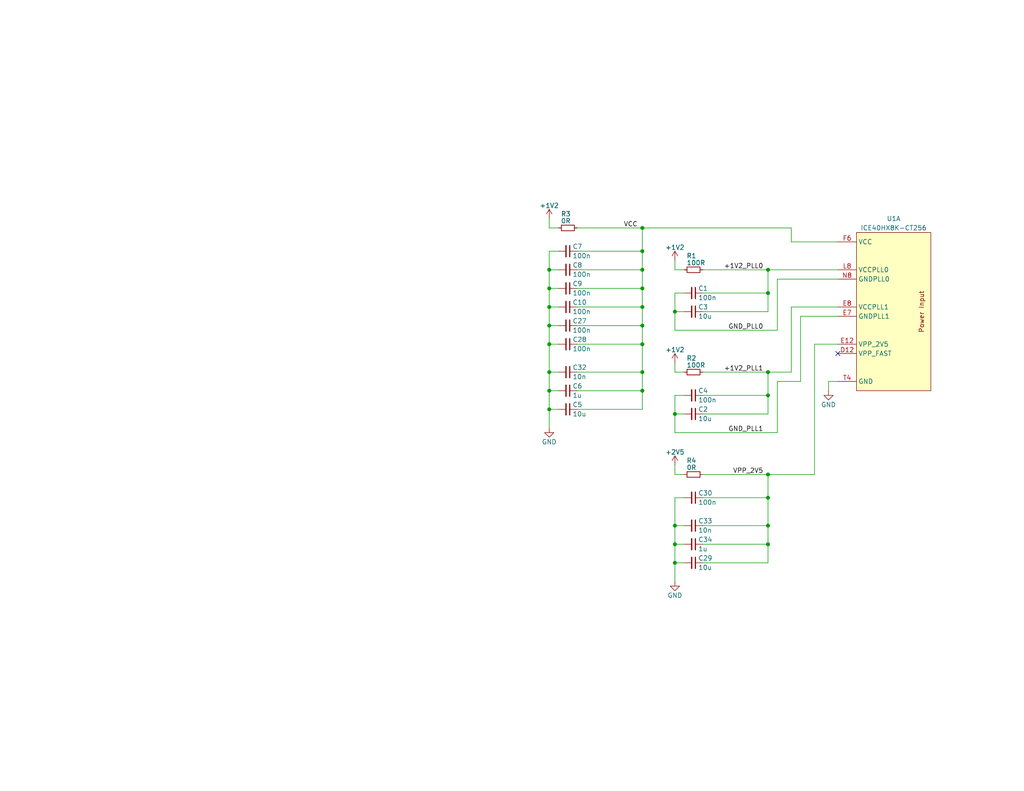
<source format=kicad_sch>
(kicad_sch (version 20211123) (generator eeschema)
  (paper "USLetter")
  (title_block (title "iCE40HX8K Development Board") (date "2022-04-30") (rev "0.1") (company "© 2022 Sam Hanes, licensed under CERN-OHL-S v2+") (comment 1 "https://github.com/Elemecca/ice40-dev"))
  (lib_symbols
    (symbol "0Local:ICE40HX8K-CT256"
      (property "Reference" "U" (at 0 6.35 0))
      (property "Value" "ICE40HX8K-CT256" (at 0 3.81 0))
      (symbol "ICE40HX8K-CT256_1_0"
        (text "Power Input" (at 7.62 -19.05 900) (effects (font (size 1.27 1.27))))
      )
      (symbol "ICE40HX8K-CT256_1_1"
        (rectangle (start -10.16 2.54) (end 10.16 -40.64) (fill (type background)))
        (pin passive line (at -15.24 -38.1 0) (length 5.08) hide (name "GND") (number "A12"))
        (pin passive line (at -15.24 0 0) (length 5.08) hide (name "VCC") (number "A14"))
        (pin passive line (at -15.24 -38.1 0) (length 5.08) hide (name "GND") (number "A4"))
        (pin power_in line (at -15.24 -30.48 0) (length 5.08) (name "VPP_FAST") (number "D12"))
        (pin power_in line (at -15.24 -27.94 0) (length 5.08) (name "VPP_2V5") (number "E12"))
        (pin passive line (at -15.24 -38.1 0) (length 5.08) hide (name "GND") (number "E15"))
        (pin power_in line (at -15.24 -20.32 0) (length 5.08) (name "GNDPLL1") (number "E7"))
        (pin power_in line (at -15.24 -17.78 0) (length 5.08) (name "VCCPLL1") (number "E8"))
        (pin passive line (at -15.24 0 0) (length 5.08) hide (name "VCC") (number "F10"))
        (pin power_in line (at -15.24 0 0) (length 5.08) (name "VCC") (number "F6"))
        (pin passive line (at -15.24 -38.1 0) (length 5.08) hide (name "GND") (number "G7"))
        (pin passive line (at -15.24 -38.1 0) (length 5.08) hide (name "GND") (number "G8"))
        (pin passive line (at -15.24 -38.1 0) (length 5.08) hide (name "GND") (number "G9"))
        (pin passive line (at -15.24 -38.1 0) (length 5.08) hide (name "GND") (number "H7"))
        (pin passive line (at -15.24 -38.1 0) (length 5.08) hide (name "GND") (number "H8"))
        (pin passive line (at -15.24 -38.1 0) (length 5.08) hide (name "GND") (number "H9"))
        (pin passive line (at -15.24 -38.1 0) (length 5.08) hide (name "GND") (number "J7"))
        (pin passive line (at -15.24 -38.1 0) (length 5.08) hide (name "GND") (number "J8"))
        (pin passive line (at -15.24 -38.1 0) (length 5.08) hide (name "GND") (number "J9"))
        (pin passive line (at -15.24 0 0) (length 5.08) hide (name "VCC") (number "K10"))
        (pin passive line (at -15.24 -38.1 0) (length 5.08) hide (name "GND") (number "K2"))
        (pin passive line (at -15.24 0 0) (length 5.08) hide (name "VCC") (number "K6"))
        (pin passive line (at -15.24 -38.1 0) (length 5.08) hide (name "GND") (number "K7"))
        (pin passive line (at -15.24 -38.1 0) (length 5.08) hide (name "GND") (number "L15"))
        (pin passive line (at -15.24 0 0) (length 5.08) hide (name "VCC") (number "L2"))
        (pin power_in line (at -15.24 -7.62 0) (length 5.08) (name "VCCPLL0") (number "L8"))
        (pin power_in line (at -15.24 -10.16 0) (length 5.08) (name "GNDPLL0") (number "N8"))
        (pin passive line (at -15.24 -38.1 0) (length 5.08) hide (name "GND") (number "R7"))
        (pin passive line (at -15.24 -38.1 0) (length 5.08) hide (name "GND") (number "T12"))
        (pin power_in line (at -15.24 -38.1 0) (length 5.08) (name "GND") (number "T4"))
      )
      (symbol "ICE40HX8K-CT256_2_0"
        (polyline (pts (xy -10.16 -15.24) (xy 10.16 -15.24)))
        (text "Config SPI" (at 7.62 -6.35 900) (effects (font (size 1.27 1.27))))
        (text "VCCIO_2" (at 3.81 -19.05 0) (effects (font (size 1.27 1.27))))
      )
      (symbol "ICE40HX8K-CT256_2_1"
        (rectangle (start -10.16 2.54) (end 10.16 -22.86) (fill (type background)))
        (pin output line (at -15.24 -17.78 0) (length 5.08) (name "CDONE") (number "M10"))
        (pin input line (at -15.24 -20.32 0) (length 5.08) (name "~{CRESET}") (number "N11"))
        (pin power_in line (at -15.24 0 0) (length 5.08) (name "VCC_SPI") (number "N13"))
        (pin bidirectional line (at -15.24 -7.62 0) (length 5.08) (name "SDI") (number "P11"))
        (pin bidirectional line (at -15.24 -10.16 0) (length 5.08) (name "SDO") (number "P12"))
        (pin bidirectional line (at -15.24 -5.08 0) (length 5.08) (name "SCK") (number "R11"))
        (pin bidirectional line (at -15.24 -12.7 0) (length 5.08) (name "~{SS}") (number "R12"))
      )
      (symbol "ICE40HX8K-CT256_3_0"
        (text "IO Bank 3" (at -7.62 -31.75 900) (effects (font (size 1.27 1.27))))
      )
      (symbol "ICE40HX8K-CT256_3_1"
        (rectangle (start -10.16 2.54) (end 10.16 -134.62) (fill (type background)))
        (pin tri_state line (at 15.24 -10.16 180) (length 5.08) (name "PIO3_2B") (number "B1"))
        (pin tri_state line (at 15.24 -5.08 180) (length 5.08) (name "PIO3_1B") (number "B2"))
        (pin tri_state line (at 15.24 -12.7 180) (length 5.08) (name "PIO3_3A") (number "C1"))
        (pin tri_state line (at 15.24 -15.24 180) (length 5.08) (name "PIO3_3B") (number "C2"))
        (pin tri_state line (at 15.24 -25.4 180) (length 5.08) (name "PIO3_5B") (number "D1"))
        (pin tri_state line (at 15.24 -20.32 180) (length 5.08) (name "PIO3_4B") (number "D2"))
        (pin power_in line (at -15.24 0 0) (length 5.08) (name "VCCIO_3") (number "E1"))
        (pin tri_state line (at 15.24 -35.56 180) (length 5.08) (name "PIO3_7B") (number "E2"))
        (pin tri_state line (at 15.24 -30.48 180) (length 5.08) (name "PIO3_6B") (number "E3"))
        (pin tri_state line (at 15.24 -2.54 180) (length 5.08) (name "PIO3_1A") (number "E4"))
        (pin tri_state line (at 15.24 -50.8 180) (length 5.08) (name "PIO3_10B") (number "F1"))
        (pin tri_state line (at 15.24 -45.72 180) (length 5.08) (name "PIO3_9B") (number "F2"))
        (pin tri_state line (at 15.24 -40.64 180) (length 5.08) (name "PIO3_8B") (number "F3"))
        (pin tri_state line (at 15.24 -17.78 180) (length 5.08) (name "PIO3_4A") (number "F4"))
        (pin tri_state line (at 15.24 -7.62 180) (length 5.08) (name "PIO3_2A") (number "F5"))
        (pin tri_state line (at 15.24 -66.04 180) (length 5.08) (name "GBIN7/PIO3_13B") (number "G1"))
        (pin tri_state line (at 15.24 -55.88 180) (length 5.08) (name "PIO3_11B") (number "G2"))
        (pin tri_state line (at 15.24 -38.1 180) (length 5.08) (name "PIO3_8A") (number "G3"))
        (pin tri_state line (at 15.24 -27.94 180) (length 5.08) (name "PIO3_6A") (number "G4"))
        (pin tri_state line (at 15.24 -22.86 180) (length 5.08) (name "PIO3_5A") (number "G5"))
        (pin passive line (at -15.24 0 0) (length 5.08) hide (name "VCCIO_3") (number "G6"))
        (pin tri_state line (at 15.24 -71.12 180) (length 5.08) (name "PIO3_14B") (number "H1"))
        (pin tri_state line (at 15.24 -60.96 180) (length 5.08) (name "PIO3_12B") (number "H2"))
        (pin tri_state line (at 15.24 -43.18 180) (length 5.08) (name "PIO3_9A") (number "H3"))
        (pin tri_state line (at 15.24 -53.34 180) (length 5.08) (name "PIO3_11A") (number "H4"))
        (pin tri_state line (at 15.24 -33.02 180) (length 5.08) (name "PIO3_7A") (number "H5"))
        (pin tri_state line (at 15.24 -48.26 180) (length 5.08) (name "PIO3_10A") (number "H6"))
        (pin tri_state line (at 15.24 -76.2 180) (length 5.08) (name "PIO3_15B") (number "J1"))
        (pin tri_state line (at 15.24 -73.66 180) (length 5.08) (name "PIO3_15A") (number "J2"))
        (pin tri_state line (at 15.24 -68.58 180) (length 5.08) (name "GBIN6/PIO3_14A") (number "J3"))
        (pin tri_state line (at 15.24 -58.42 180) (length 5.08) (name "PIO3_12A") (number "J4"))
        (pin tri_state line (at 15.24 -63.5 180) (length 5.08) (name "PIO3_13A") (number "J5"))
        (pin passive line (at -15.24 0 0) (length 5.08) hide (name "VCCIO_3") (number "J6"))
        (pin tri_state line (at 15.24 -78.74 180) (length 5.08) (name "PIO3_16A") (number "K1"))
        (pin tri_state line (at 15.24 -81.28 180) (length 5.08) (name "PIO3_16B") (number "K3"))
        (pin tri_state line (at 15.24 -88.9 180) (length 5.08) (name "PIO3_18A") (number "K4"))
        (pin tri_state line (at 15.24 -99.06 180) (length 5.08) (name "PIO3_20A") (number "K5"))
        (pin tri_state line (at 15.24 -86.36 180) (length 5.08) (name "PIO3_17B") (number "L1"))
        (pin tri_state line (at 15.24 -96.52 180) (length 5.08) (name "PIO3_19B") (number "L3"))
        (pin tri_state line (at 15.24 -83.82 180) (length 5.08) (name "PIO3_17A") (number "L4"))
        (pin tri_state line (at 15.24 -114.3 180) (length 5.08) (name "PIO3_23A") (number "L5"))
        (pin tri_state line (at 15.24 -93.98 180) (length 5.08) (name "PIO3_19A") (number "L6"))
        (pin tri_state line (at 15.24 -104.14 180) (length 5.08) (name "PIO3_21A") (number "L7"))
        (pin tri_state line (at 15.24 -91.44 180) (length 5.08) (name "PIO3_18B") (number "M1"))
        (pin tri_state line (at 15.24 -101.6 180) (length 5.08) (name "PIO3_20B") (number "M2"))
        (pin tri_state line (at 15.24 -111.76 180) (length 5.08) (name "PIO3_22B") (number "M3"))
        (pin tri_state line (at 15.24 -121.92 180) (length 5.08) (name "PIO3_24B") (number "M4"))
        (pin tri_state line (at 15.24 -127 180) (length 5.08) (name "PIO3_25B") (number "M5"))
        (pin tri_state line (at 15.24 -109.22 180) (length 5.08) (name "PIO3_22A") (number "M6"))
        (pin passive line (at -15.24 0 0) (length 5.08) hide (name "VCCIO_3") (number "N1"))
        (pin tri_state line (at 15.24 -106.68 180) (length 5.08) (name "PIO3_21B") (number "N2"))
        (pin tri_state line (at 15.24 -116.84 180) (length 5.08) (name "PIO3_23B") (number "N3"))
        (pin tri_state line (at 15.24 -132.08 180) (length 5.08) (name "PIO3_26B") (number "N4"))
        (pin tri_state line (at 15.24 -119.38 180) (length 5.08) (name "PIO3_24A") (number "P1"))
        (pin tri_state line (at 15.24 -124.46 180) (length 5.08) (name "PIO3_25A") (number "P2"))
        (pin tri_state line (at 15.24 -129.54 180) (length 5.08) (name "PIO3_26A") (number "R1"))
      )
      (symbol "ICE40HX8K-CT256_4_0"
        (text "IO Bank 2" (at -7.62 -33.02 900) (effects (font (size 1.27 1.27))))
      )
      (symbol "ICE40HX8K-CT256_4_1"
        (rectangle (start -10.16 2.54) (end 10.16 -119.38) (fill (type background)))
        (pin tri_state line (at 15.24 -114.3 180) (length 5.08) (name "CBSEL0/PIO2_103") (number "K11"))
        (pin power_in line (at -15.24 0 0) (length 5.08) (name "VCCIO_2") (number "K8"))
        (pin tri_state line (at 15.24 -71.12 180) (length 5.08) (name "GBIN4/PIO2_82") (number "K9"))
        (pin tri_state line (at 15.24 -78.74 180) (length 5.08) (name "PIO2_85") (number "L10"))
        (pin tri_state line (at 15.24 -104.14 180) (length 5.08) (name "PIO2_99") (number "L11"))
        (pin tri_state line (at 15.24 -50.8 180) (length 5.08) (name "PIO2_74") (number "L9"))
        (pin tri_state line (at 15.24 -96.52 180) (length 5.08) (name "PIO2_93") (number "M11"))
        (pin tri_state line (at 15.24 -109.22 180) (length 5.08) (name "PIO2_101") (number "M12"))
        (pin tri_state line (at 15.24 -30.48 180) (length 5.08) (name "PIO2_64") (number "M7"))
        (pin tri_state line (at 15.24 -38.1 180) (length 5.08) (name "PIO2_68") (number "M8"))
        (pin tri_state line (at 15.24 -66.04 180) (length 5.08) (name "PIO2_80") (number "M9"))
        (pin tri_state line (at 15.24 -83.82 180) (length 5.08) (name "PIO2_87") (number "N10"))
        (pin tri_state line (at 15.24 -101.6 180) (length 5.08) (name "PIO2_98") (number "N12"))
        (pin tri_state line (at 15.24 -12.7 180) (length 5.08) (name "PIO2_56") (number "N5"))
        (pin tri_state line (at 15.24 -2.54 180) (length 5.08) (name "PIO2_52") (number "N6"))
        (pin tri_state line (at 15.24 -33.02 180) (length 5.08) (name "PIO2_66") (number "N7"))
        (pin tri_state line (at 15.24 -60.96 180) (length 5.08) (name "PIO2_78") (number "N9"))
        (pin tri_state line (at 15.24 -81.28 180) (length 5.08) (name "PIO2_86") (number "P10"))
        (pin tri_state line (at 15.24 -116.84 180) (length 5.08) (name "CBSEL1/PIO2_104") (number "P13"))
        (pin passive line (at -15.24 0 0) (length 5.08) hide (name "VCCIO_2") (number "P3"))
        (pin tri_state line (at 15.24 -7.62 180) (length 5.08) (name "PIO2_54") (number "P4"))
        (pin tri_state line (at 15.24 -17.78 180) (length 5.08) (name "PIO2_58") (number "P5"))
        (pin tri_state line (at 15.24 -35.56 180) (length 5.08) (name "PIO2_67") (number "P6"))
        (pin tri_state line (at 15.24 -58.42 180) (length 5.08) (name "PIO2_77") (number "P7"))
        (pin tri_state line (at 15.24 -45.72 180) (length 5.08) (name "PIO2_72") (number "P8"))
        (pin tri_state line (at 15.24 -73.66 180) (length 5.08) (name "PIO2_83") (number "P9"))
        (pin tri_state line (at 15.24 -76.2 180) (length 5.08) (name "PIO2_84") (number "R10"))
        (pin passive line (at -15.24 0 0) (length 5.08) hide (name "VCCIO_2") (number "R13"))
        (pin tri_state line (at 15.24 -111.76 180) (length 5.08) (name "PIO2_102") (number "R16"))
        (pin tri_state line (at 15.24 -10.16 180) (length 5.08) (name "PIO2_55") (number "R2"))
        (pin tri_state line (at 15.24 -20.32 180) (length 5.08) (name "PIO2_59") (number "R3"))
        (pin tri_state line (at 15.24 -27.94 180) (length 5.08) (name "PIO2_63") (number "R4"))
        (pin tri_state line (at 15.24 -22.86 180) (length 5.08) (name "PIO2_60") (number "R5"))
        (pin tri_state line (at 15.24 -43.18 180) (length 5.08) (name "PIO2_71") (number "R6"))
        (pin passive line (at -15.24 0 0) (length 5.08) hide (name "VCCIO_2") (number "R8"))
        (pin tri_state line (at 15.24 -68.58 180) (length 5.08) (name "GBIN5/PIO2_81") (number "R9"))
        (pin tri_state line (at 15.24 -5.08 180) (length 5.08) (name "PIO2_53") (number "T1"))
        (pin tri_state line (at 15.24 -86.36 180) (length 5.08) (name "PIO2_88") (number "T10"))
        (pin tri_state line (at 15.24 -88.9 180) (length 5.08) (name "PIO2_89") (number "T11"))
        (pin tri_state line (at 15.24 -99.06 180) (length 5.08) (name "PIO2_94") (number "T13"))
        (pin tri_state line (at 15.24 -93.98 180) (length 5.08) (name "PIO2_92") (number "T14"))
        (pin tri_state line (at 15.24 -91.44 180) (length 5.08) (name "PIO2_91") (number "T15"))
        (pin tri_state line (at 15.24 -106.68 180) (length 5.08) (name "PIO2_100") (number "T16"))
        (pin tri_state line (at 15.24 -15.24 180) (length 5.08) (name "PIO2_57") (number "T2"))
        (pin tri_state line (at 15.24 -25.4 180) (length 5.08) (name "PIO2_61") (number "T3"))
        (pin tri_state line (at 15.24 -40.64 180) (length 5.08) (name "PIO2_69") (number "T5"))
        (pin tri_state line (at 15.24 -48.26 180) (length 5.08) (name "PIO2_73") (number "T6"))
        (pin tri_state line (at 15.24 -53.34 180) (length 5.08) (name "PIO2_75") (number "T7"))
        (pin tri_state line (at 15.24 -55.88 180) (length 5.08) (name "PIO2_76") (number "T8"))
        (pin tri_state line (at 15.24 -63.5 180) (length 5.08) (name "PIO2_79") (number "T9"))
      )
      (symbol "ICE40HX8K-CT256_5_0"
        (text "IO Bank 1" (at -7.62 -35.56 900) (effects (font (size 1.27 1.27))))
      )
      (symbol "ICE40HX8K-CT256_5_1"
        (rectangle (start -10.16 2.54) (end 10.16 -134.62) (fill (type background)))
        (pin tri_state line (at 15.24 -127 180) (length 5.08) (name "PIO1_165") (number "B16"))
        (pin power_in line (at -15.24 0 0) (length 5.08) (name "VCCIO_1") (number "C15"))
        (pin tri_state line (at 15.24 -121.92 180) (length 5.08) (name "PIO1_161") (number "C16"))
        (pin tri_state line (at 15.24 -132.08 180) (length 5.08) (name "PIO1_167") (number "D14"))
        (pin tri_state line (at 15.24 -114.3 180) (length 5.08) (name "PIO1_157") (number "D15"))
        (pin tri_state line (at 15.24 -104.14 180) (length 5.08) (name "PIO1_153") (number "D16"))
        (pin tri_state line (at 15.24 -129.54 180) (length 5.08) (name "PIO1_166") (number "E13"))
        (pin tri_state line (at 15.24 -119.38 180) (length 5.08) (name "PIO1_160") (number "E14"))
        (pin tri_state line (at 15.24 -99.06 180) (length 5.08) (name "PIO1_151") (number "E16"))
        (pin tri_state line (at 15.24 -116.84 180) (length 5.08) (name "PIO1_158") (number "F11"))
        (pin tri_state line (at 15.24 -111.76 180) (length 5.08) (name "PIO1_156") (number "F12"))
        (pin tri_state line (at 15.24 -124.46 180) (length 5.08) (name "PIO1_162") (number "F13"))
        (pin tri_state line (at 15.24 -109.22 180) (length 5.08) (name "PIO1_155") (number "F14"))
        (pin tri_state line (at 15.24 -93.98 180) (length 5.08) (name "PIO1_149") (number "F15"))
        (pin tri_state line (at 15.24 -88.9 180) (length 5.08) (name "PIO1_147") (number "F16"))
        (pin tri_state line (at 15.24 -86.36 180) (length 5.08) (name "PIO1_146") (number "G10"))
        (pin tri_state line (at 15.24 -91.44 180) (length 5.08) (name "PIO1_148") (number "G11"))
        (pin tri_state line (at 15.24 -106.68 180) (length 5.08) (name "PIO1_154") (number "G12"))
        (pin tri_state line (at 15.24 -101.6 180) (length 5.08) (name "PIO1_152") (number "G13"))
        (pin tri_state line (at 15.24 -96.52 180) (length 5.08) (name "PIO1_150") (number "G14"))
        (pin tri_state line (at 15.24 -83.82 180) (length 5.08) (name "PIO1_145") (number "G15"))
        (pin tri_state line (at 15.24 -78.74 180) (length 5.08) (name "PIO1_143") (number "G16"))
        (pin passive line (at -15.24 0 0) (length 5.08) hide (name "VCCIO_1") (number "H10"))
        (pin tri_state line (at 15.24 -71.12 180) (length 5.08) (name "GBIN3/PIO1_140") (number "H11"))
        (pin tri_state line (at 15.24 -81.28 180) (length 5.08) (name "PIO1_144") (number "H12"))
        (pin tri_state line (at 15.24 -68.58 180) (length 5.08) (name "PIO1_139") (number "H13"))
        (pin tri_state line (at 15.24 -76.2 180) (length 5.08) (name "PIO1_142") (number "H14"))
        (pin passive line (at -15.24 0 0) (length 5.08) hide (name "VCCIO_1") (number "H15"))
        (pin tri_state line (at 15.24 -73.66 180) (length 5.08) (name "GBIN2/PIO1_141") (number "H16"))
        (pin tri_state line (at 15.24 -35.56 180) (length 5.08) (name "PIO1_122") (number "J10"))
        (pin tri_state line (at 15.24 -40.64 180) (length 5.08) (name "PIO1_126") (number "J11"))
        (pin tri_state line (at 15.24 -60.96 180) (length 5.08) (name "PIO1_136") (number "J12"))
        (pin tri_state line (at 15.24 -63.5 180) (length 5.08) (name "PIO1_137") (number "J13"))
        (pin tri_state line (at 15.24 -58.42 180) (length 5.08) (name "PIO1_134") (number "J14"))
        (pin tri_state line (at 15.24 -50.8 180) (length 5.08) (name "PIO1_130") (number "J15"))
        (pin tri_state line (at 15.24 -66.04 180) (length 5.08) (name "PIO1_138") (number "J16"))
        (pin tri_state line (at 15.24 -30.48 180) (length 5.08) (name "PIO1_120") (number "K12"))
        (pin tri_state line (at 15.24 -45.72 180) (length 5.08) (name "PIO1_128") (number "K13"))
        (pin tri_state line (at 15.24 -48.26 180) (length 5.08) (name "PIO1_129") (number "K14"))
        (pin tri_state line (at 15.24 -53.34 180) (length 5.08) (name "PIO1_131") (number "K15"))
        (pin tri_state line (at 15.24 -55.88 180) (length 5.08) (name "PIO1_133") (number "K16"))
        (pin tri_state line (at 15.24 -20.32 180) (length 5.08) (name "PIO1_116") (number "L12"))
        (pin tri_state line (at 15.24 -25.4 180) (length 5.08) (name "PIO1_118") (number "L13"))
        (pin tri_state line (at 15.24 -27.94 180) (length 5.08) (name "PIO1_119") (number "L14"))
        (pin tri_state line (at 15.24 -43.18 180) (length 5.08) (name "PIO1_127") (number "L16"))
        (pin tri_state line (at 15.24 -15.24 180) (length 5.08) (name "PIO1_114") (number "M13"))
        (pin tri_state line (at 15.24 -17.78 180) (length 5.08) (name "PIO1_115") (number "M14"))
        (pin tri_state line (at 15.24 -38.1 180) (length 5.08) (name "PIO1_123") (number "M15"))
        (pin tri_state line (at 15.24 -33.02 180) (length 5.08) (name "PIO1_121") (number "M16"))
        (pin no_connect line (at -10.16 -132.08 0) (length 5.08) hide (name "NC") (number "N14"))
        (pin passive line (at -15.24 0 0) (length 5.08) hide (name "VCCIO_1") (number "N15"))
        (pin tri_state line (at 15.24 -22.86 180) (length 5.08) (name "PIO1_117") (number "N16"))
        (pin tri_state line (at 15.24 -7.62 180) (length 5.08) (name "PIO1_111") (number "P14"))
        (pin tri_state line (at 15.24 -10.16 180) (length 5.08) (name "PIO1_112") (number "P15"))
        (pin tri_state line (at 15.24 -12.7 180) (length 5.08) (name "PIO1_113") (number "P16"))
        (pin tri_state line (at 15.24 -2.54 180) (length 5.08) (name "PIO1_109") (number "R14"))
        (pin tri_state line (at 15.24 -5.08 180) (length 5.08) (name "PIO1_110") (number "R15"))
      )
      (symbol "ICE40HX8K-CT256_6_0"
        (text "IO Bank 0" (at -7.62 -31.75 900) (effects (font (size 1.27 1.27))))
      )
      (symbol "ICE40HX8K-CT256_6_1"
        (rectangle (start -10.16 2.54) (end 10.16 -134.62) (fill (type background)))
        (pin tri_state line (at 15.24 -114.3 180) (length 5.08) (name "PIO0_220") (number "A1"))
        (pin tri_state line (at 15.24 -45.72 180) (length 5.08) (name "PIO0_186") (number "A10"))
        (pin tri_state line (at 15.24 -48.26 180) (length 5.08) (name "PIO0_187") (number "A11"))
        (pin power_in line (at -15.24 0 0) (length 5.08) (name "VCCIO_0") (number "A13"))
        (pin tri_state line (at 15.24 -22.86 180) (length 5.08) (name "PIO0_177") (number "A15"))
        (pin tri_state line (at 15.24 -20.32 180) (length 5.08) (name "PIO0_176") (number "A16"))
        (pin tri_state line (at 15.24 -109.22 180) (length 5.08) (name "PIO0_218") (number "A2"))
        (pin passive line (at -15.24 0 0) (length 5.08) hide (name "VCCIO_0") (number "A3"))
        (pin tri_state line (at 15.24 -99.06 180) (length 5.08) (name "PIO0_213") (number "A5"))
        (pin tri_state line (at 15.24 -93.98 180) (length 5.08) (name "PIO0_211") (number "A6"))
        (pin tri_state line (at 15.24 -78.74 180) (length 5.08) (name "PIO0_205") (number "A7"))
        (pin passive line (at -15.24 0 0) (length 5.08) hide (name "VCCIO_0") (number "A8"))
        (pin tri_state line (at 15.24 -60.96 180) (length 5.08) (name "PIO0_194") (number "A9"))
        (pin tri_state line (at 15.24 -38.1 180) (length 5.08) (name "PIO0_183") (number "B10"))
        (pin tri_state line (at 15.24 -40.64 180) (length 5.08) (name "PIO0_184") (number "B11"))
        (pin tri_state line (at 15.24 -35.56 180) (length 5.08) (name "PIO0_182") (number "B12"))
        (pin tri_state line (at 15.24 -25.4 180) (length 5.08) (name "PIO0_178") (number "B13"))
        (pin tri_state line (at 15.24 -10.16 180) (length 5.08) (name "PIO0_171") (number "B14"))
        (pin tri_state line (at 15.24 -5.08 180) (length 5.08) (name "PIO0_169") (number "B15"))
        (pin tri_state line (at 15.24 -121.92 180) (length 5.08) (name "PIO0_223") (number "B3"))
        (pin tri_state line (at 15.24 -106.68 180) (length 5.08) (name "PIO0_216") (number "B4"))
        (pin tri_state line (at 15.24 -101.6 180) (length 5.08) (name "PIO0_214") (number "B5"))
        (pin tri_state line (at 15.24 -86.36 180) (length 5.08) (name "PIO0_208") (number "B6"))
        (pin tri_state line (at 15.24 -83.82 180) (length 5.08) (name "PIO0_207") (number "B7"))
        (pin tri_state line (at 15.24 -76.2 180) (length 5.08) (name "PIO0_203") (number "B8"))
        (pin tri_state line (at 15.24 -71.12 180) (length 5.08) (name "PIO0_199") (number "B9"))
        (pin tri_state line (at 15.24 -43.18 180) (length 5.08) (name "PIO0_185") (number "C10"))
        (pin tri_state line (at 15.24 -30.48 180) (length 5.08) (name "PIO0_180") (number "C11"))
        (pin tri_state line (at 15.24 -12.7 180) (length 5.08) (name "PIO0_172") (number "C12"))
        (pin tri_state line (at 15.24 -17.78 180) (length 5.08) (name "PIO0_174") (number "C13"))
        (pin tri_state line (at 15.24 -2.54 180) (length 5.08) (name "PIO0_168") (number "C14"))
        (pin tri_state line (at 15.24 -132.08 180) (length 5.08) (name "PIO0_227") (number "C3"))
        (pin tri_state line (at 15.24 -119.38 180) (length 5.08) (name "PIO0_222") (number "C4"))
        (pin tri_state line (at 15.24 -116.84 180) (length 5.08) (name "PIO0_221") (number "C5"))
        (pin tri_state line (at 15.24 -88.9 180) (length 5.08) (name "PIO0_209") (number "C6"))
        (pin tri_state line (at 15.24 -81.28 180) (length 5.08) (name "PIO0_206") (number "C7"))
        (pin tri_state line (at 15.24 -66.04 180) (length 5.08) (name "GBIN1/PIO0_197") (number "C8"))
        (pin tri_state line (at 15.24 -53.34 180) (length 5.08) (name "PIO0_191") (number "C9"))
        (pin tri_state line (at 15.24 -50.8 180) (length 5.08) (name "PIO0_190") (number "D10"))
        (pin tri_state line (at 15.24 -33.02 180) (length 5.08) (name "PIO0_181") (number "D11"))
        (pin tri_state line (at 15.24 -7.62 180) (length 5.08) (name "PIO0_170") (number "D13"))
        (pin tri_state line (at 15.24 -129.54 180) (length 5.08) (name "PIO0_226") (number "D3"))
        (pin tri_state line (at 15.24 -124.46 180) (length 5.08) (name "PIO0_224") (number "D4"))
        (pin tri_state line (at 15.24 -111.76 180) (length 5.08) (name "PIO0_219") (number "D5"))
        (pin tri_state line (at 15.24 -96.52 180) (length 5.08) (name "PIO0_212") (number "D6"))
        (pin tri_state line (at 15.24 -91.44 180) (length 5.08) (name "PIO0_210") (number "D7"))
        (pin tri_state line (at 15.24 -73.66 180) (length 5.08) (name "PIO0_200") (number "D8"))
        (pin tri_state line (at 15.24 -58.42 180) (length 5.08) (name "PIO0_193") (number "D9"))
        (pin tri_state line (at 15.24 -27.94 180) (length 5.08) (name "PIO0_179") (number "E10"))
        (pin tri_state line (at 15.24 -15.24 180) (length 5.08) (name "PIO0_173") (number "E11"))
        (pin tri_state line (at 15.24 -127 180) (length 5.08) (name "PIO0_225") (number "E5"))
        (pin tri_state line (at 15.24 -104.14 180) (length 5.08) (name "PIO0_215") (number "E6"))
        (pin tri_state line (at 15.24 -55.88 180) (length 5.08) (name "PIO0_192") (number "E9"))
        (pin tri_state line (at 15.24 -68.58 180) (length 5.08) (name "GBIN0/PIO0_198") (number "F7"))
        (pin passive line (at -15.24 0 0) (length 5.08) hide (name "VCCIO_0") (number "F8"))
        (pin tri_state line (at 15.24 -63.5 180) (length 5.08) (name "PIO0_196") (number "F9"))
      )
    )
    (symbol "Device:C_Small" (pin_numbers hide) (pin_names (offset 0.254) hide)
      (property "Reference" "C" (at 0.254 1.778 0))
      (property "Value" "C_Small" (at 0.254 -2.032 0))
      (symbol "C_Small_0_1"
        (polyline (pts (xy -1.524 -0.508) (xy 1.524 -0.508)) (stroke (width 0.3302)))
        (polyline (pts (xy -1.524 0.508) (xy 1.524 0.508)) (stroke (width 0.3048)))
      )
      (symbol "C_Small_1_1"
        (pin passive line (at 0 2.54 270) (length 2.032) (name "~") (number "1"))
        (pin passive line (at 0 -2.54 90) (length 2.032) (name "~") (number "2"))
      )
    )
    (symbol "Device:R_Small" (pin_numbers hide) (pin_names (offset 0.254) hide)
      (property "Reference" "R" (at 0.762 0.508 0))
      (property "Value" "R_Small" (at 0.762 -1.016 0))
      (symbol "R_Small_0_1"
        (rectangle (start -0.762 1.778) (end 0.762 -1.778) (stroke (width 0.2032)))
      )
      (symbol "R_Small_1_1"
        (pin passive line (at 0 2.54 270) (length 0.762) (name "~") (number "1"))
        (pin passive line (at 0 -2.54 90) (length 0.762) (name "~") (number "2"))
      )
    )
    (symbol "power:+1V2" (power) (pin_names (offset 0))
      (property "Value" "+1V2" (at 0 3.556 0))
      (symbol "+1V2_0_1"
        (polyline (pts (xy -0.762 1.27) (xy 0 2.54)))
        (polyline (pts (xy 0 0) (xy 0 2.54)))
        (polyline (pts (xy 0 2.54) (xy 0.762 1.27)))
      )
      (symbol "+1V2_1_1"
        (pin power_in line (at 0 0 90) (length 0) hide (name "+1V2") (number "1"))
      )
    )
    (symbol "power:+2V5" (power) (pin_names (offset 0))
      (property "Value" "+2V5" (at 0 3.556 0))
      (symbol "+2V5_0_1"
        (polyline (pts (xy -0.762 1.27) (xy 0 2.54)))
        (polyline (pts (xy 0 0) (xy 0 2.54)))
        (polyline (pts (xy 0 2.54) (xy 0.762 1.27)))
      )
      (symbol "+2V5_1_1"
        (pin power_in line (at 0 0 90) (length 0) hide (name "+2V5") (number "1"))
      )
    )
    (symbol "power:GND" (power) (pin_names (offset 0))
      (property "Value" "GND" (at 0 -3.81 0))
      (symbol "GND_0_1"
        (polyline (pts (xy 0 0) (xy 0 -1.27) (xy 1.27 -1.27) (xy 0 -2.54) (xy -1.27 -1.27) (xy 0 -1.27)))
      )
      (symbol "GND_1_1"
        (pin power_in line (at 0 0 270) (length 0) hide (name "GND") (number "1"))
      )
    )
  )
  (junction (at 209.55 107.95))
  (junction (at 209.55 80.01))
  (junction (at 209.55 143.51))
  (junction (at 209.55 129.54))
  (junction (at 209.55 73.66))
  (junction (at 175.26 83.82))
  (junction (at 149.86 73.66))
  (junction (at 184.15 148.59))
  (junction (at 175.26 93.98))
  (junction (at 184.15 113.03))
  (junction (at 149.86 101.6))
  (junction (at 175.26 106.68))
  (junction (at 175.26 101.6))
  (junction (at 184.15 85.09))
  (junction (at 175.26 73.66))
  (junction (at 149.86 83.82))
  (junction (at 149.86 111.76))
  (junction (at 175.26 88.9))
  (junction (at 209.55 148.59))
  (junction (at 175.26 78.74))
  (junction (at 184.15 143.51))
  (junction (at 149.86 78.74))
  (junction (at 149.86 93.98))
  (junction (at 175.26 62.23))
  (junction (at 175.26 68.58))
  (junction (at 149.86 106.68))
  (junction (at 184.15 153.67))
  (junction (at 149.86 88.9))
  (junction (at 209.55 101.6))
  (junction (at 209.55 135.89))
  (no_connect (at 228.6 96.52))
  (wire (pts (xy 157.48 73.66) (xy 175.26 73.66)))
  (wire (pts (xy 175.26 101.6) (xy 175.26 106.68)))
  (wire (pts (xy 184.15 85.09) (xy 186.69 85.09)))
  (wire (pts (xy 184.15 113.03) (xy 184.15 107.95)))
  (wire (pts (xy 184.15 80.01) (xy 186.69 80.01)))
  (wire (pts (xy 184.15 148.59) (xy 186.69 148.59)))
  (wire (pts (xy 184.15 129.54) (xy 186.69 129.54)))
  (wire (pts (xy 175.26 73.66) (xy 175.26 78.74)))
  (wire (pts (xy 184.15 85.09) (xy 184.15 80.01)))
  (wire (pts (xy 184.15 90.17) (xy 212.09 90.17)))
  (wire (pts (xy 184.15 148.59) (xy 184.15 143.51)))
  (wire (pts (xy 191.77 135.89) (xy 209.55 135.89)))
  (wire (pts (xy 191.77 73.66) (xy 209.55 73.66)))
  (wire (pts (xy 184.15 153.67) (xy 184.15 158.75)))
  (wire (pts (xy 149.86 73.66) (xy 152.4 73.66)))
  (wire (pts (xy 152.4 111.76) (xy 149.86 111.76)))
  (wire (pts (xy 209.55 143.51) (xy 209.55 148.59)))
  (wire (pts (xy 209.55 135.89) (xy 209.55 143.51)))
  (wire (pts (xy 191.77 113.03) (xy 209.55 113.03)))
  (wire (pts (xy 149.86 93.98) (xy 149.86 88.9)))
  (wire (pts (xy 149.86 59.69) (xy 149.86 62.23)))
  (wire (pts (xy 175.26 106.68) (xy 175.26 111.76)))
  (wire (pts (xy 191.77 148.59) (xy 209.55 148.59)))
  (wire (pts (xy 149.86 106.68) (xy 152.4 106.68)))
  (wire (pts (xy 157.48 101.6) (xy 175.26 101.6)))
  (wire (pts (xy 215.9 62.23) (xy 175.26 62.23)))
  (wire (pts (xy 191.77 80.01) (xy 209.55 80.01)))
  (wire (pts (xy 175.26 88.9) (xy 175.26 93.98)))
  (wire (pts (xy 184.15 73.66) (xy 186.69 73.66)))
  (wire (pts (xy 149.86 88.9) (xy 149.86 83.82)))
  (wire (pts (xy 209.55 101.6) (xy 209.55 107.95)))
  (wire (pts (xy 212.09 104.14) (xy 218.44 104.14)))
  (wire (pts (xy 209.55 73.66) (xy 228.6 73.66)))
  (wire (pts (xy 157.48 93.98) (xy 175.26 93.98)))
  (wire (pts (xy 209.55 107.95) (xy 209.55 113.03)))
  (wire (pts (xy 191.77 107.95) (xy 209.55 107.95)))
  (wire (pts (xy 209.55 129.54) (xy 209.55 135.89)))
  (wire (pts (xy 228.6 93.98) (xy 222.25 93.98)))
  (wire (pts (xy 184.15 113.03) (xy 184.15 118.11)))
  (wire (pts (xy 157.48 62.23) (xy 175.26 62.23)))
  (wire (pts (xy 215.9 101.6) (xy 215.9 83.82)))
  (wire (pts (xy 222.25 129.54) (xy 209.55 129.54)))
  (wire (pts (xy 175.26 83.82) (xy 175.26 88.9)))
  (wire (pts (xy 149.86 73.66) (xy 149.86 68.58)))
  (wire (pts (xy 184.15 101.6) (xy 186.69 101.6)))
  (wire (pts (xy 157.48 78.74) (xy 175.26 78.74)))
  (wire (pts (xy 149.86 68.58) (xy 152.4 68.58)))
  (wire (pts (xy 218.44 104.14) (xy 218.44 86.36)))
  (wire (pts (xy 215.9 66.04) (xy 215.9 62.23)))
  (wire (pts (xy 222.25 93.98) (xy 222.25 129.54)))
  (wire (pts (xy 184.15 153.67) (xy 184.15 148.59)))
  (wire (pts (xy 184.15 99.06) (xy 184.15 101.6)))
  (wire (pts (xy 228.6 86.36) (xy 218.44 86.36)))
  (wire (pts (xy 149.86 83.82) (xy 149.86 78.74)))
  (wire (pts (xy 191.77 85.09) (xy 209.55 85.09)))
  (wire (pts (xy 149.86 62.23) (xy 152.4 62.23)))
  (wire (pts (xy 184.15 143.51) (xy 186.69 143.51)))
  (wire (pts (xy 226.06 104.14) (xy 228.6 104.14)))
  (wire (pts (xy 157.48 83.82) (xy 175.26 83.82)))
  (wire (pts (xy 149.86 93.98) (xy 152.4 93.98)))
  (wire (pts (xy 209.55 80.01) (xy 209.55 85.09)))
  (wire (pts (xy 186.69 153.67) (xy 184.15 153.67)))
  (wire (pts (xy 191.77 153.67) (xy 209.55 153.67)))
  (wire (pts (xy 209.55 148.59) (xy 209.55 153.67)))
  (wire (pts (xy 209.55 73.66) (xy 209.55 80.01)))
  (wire (pts (xy 184.15 71.12) (xy 184.15 73.66)))
  (wire (pts (xy 149.86 78.74) (xy 149.86 73.66)))
  (wire (pts (xy 149.86 111.76) (xy 149.86 106.68)))
  (wire (pts (xy 184.15 135.89) (xy 186.69 135.89)))
  (wire (pts (xy 228.6 66.04) (xy 215.9 66.04)))
  (wire (pts (xy 175.26 93.98) (xy 175.26 101.6)))
  (wire (pts (xy 149.86 101.6) (xy 152.4 101.6)))
  (wire (pts (xy 149.86 83.82) (xy 152.4 83.82)))
  (wire (pts (xy 228.6 83.82) (xy 215.9 83.82)))
  (wire (pts (xy 157.48 111.76) (xy 175.26 111.76)))
  (wire (pts (xy 212.09 104.14) (xy 212.09 118.11)))
  (wire (pts (xy 226.06 106.68) (xy 226.06 104.14)))
  (wire (pts (xy 212.09 76.2) (xy 212.09 90.17)))
  (wire (pts (xy 184.15 107.95) (xy 186.69 107.95)))
  (wire (pts (xy 149.86 78.74) (xy 152.4 78.74)))
  (wire (pts (xy 191.77 101.6) (xy 209.55 101.6)))
  (wire (pts (xy 175.26 78.74) (xy 175.26 83.82)))
  (wire (pts (xy 175.26 68.58) (xy 175.26 73.66)))
  (wire (pts (xy 184.15 113.03) (xy 186.69 113.03)))
  (wire (pts (xy 157.48 68.58) (xy 175.26 68.58)))
  (wire (pts (xy 157.48 88.9) (xy 175.26 88.9)))
  (wire (pts (xy 228.6 76.2) (xy 212.09 76.2)))
  (wire (pts (xy 184.15 85.09) (xy 184.15 90.17)))
  (wire (pts (xy 184.15 118.11) (xy 212.09 118.11)))
  (wire (pts (xy 149.86 101.6) (xy 149.86 93.98)))
  (wire (pts (xy 209.55 101.6) (xy 215.9 101.6)))
  (wire (pts (xy 149.86 106.68) (xy 149.86 101.6)))
  (wire (pts (xy 157.48 106.68) (xy 175.26 106.68)))
  (wire (pts (xy 191.77 129.54) (xy 209.55 129.54)))
  (wire (pts (xy 149.86 111.76) (xy 149.86 116.84)))
  (wire (pts (xy 184.15 143.51) (xy 184.15 135.89)))
  (wire (pts (xy 149.86 88.9) (xy 152.4 88.9)))
  (wire (pts (xy 191.77 143.51) (xy 209.55 143.51)))
  (wire (pts (xy 184.15 127) (xy 184.15 129.54)))
  (wire (pts (xy 175.26 62.23) (xy 175.26 68.58)))
  (label "+1V2_PLL1" (at 208.28 101.6 180))
  (label "GND_PLL0" (at 208.28 90.17 180))
  (label "VCC" (at 173.99 62.23 180))
  (label "+1V2_PLL0" (at 208.28 73.66 180))
  (label "GND_PLL1" (at 208.28 118.11 180))
  (label "VPP_2V5" (at 208.28 129.54 180))
  (symbol (lib_id "Device:C_Small") (at 189.23 135.89 270) (unit 1)
    (property "Reference" "C30" (at 190.5 134.62 90) (effects (justify left)))
    (property "Value" "100n" (at 190.5 137.16 90) (effects (justify left)))
    (property "Footprint" "0Local:C_SMD_0402_Pad0.5mm" (effects hide))
  )
  (symbol (lib_id "Device:C_Small") (at 189.23 153.67 270) (unit 1)
    (property "Reference" "C29" (at 190.5 152.4 90) (effects (justify left)))
    (property "Value" "10u" (at 190.5 154.94 90) (effects (justify left)))
    (property "Footprint" "0Local:C_SMD_0402_Pad0.5mm" (effects hide))
  )
  (symbol (lib_id "Device:R_Small") (at 154.94 62.23 90) (unit 1)
    (property "Reference" "R3" (at 153.035 58.42 90) (effects (justify right)))
    (property "Value" "0R" (at 153.035 60.325 90) (effects (justify right)))
    (property "Footprint" "0Local:R_SMD_0402_Pad0.5mm" (effects hide))
  )
  (symbol (lib_id "Device:C_Small") (at 154.94 78.74 270) (unit 1)
    (property "Reference" "C9" (at 156.21 77.47 90) (effects (justify left)))
    (property "Value" "100n" (at 156.21 80.01 90) (effects (justify left)))
    (property "Footprint" "0Local:C_SMD_0402_Pad0.5mm" (effects hide))
  )
  (symbol (lib_id "Device:C_Small") (at 154.94 73.66 270) (unit 1)
    (property "Reference" "C8" (at 156.21 72.39 90) (effects (justify left)))
    (property "Value" "100n" (at 156.21 74.93 90) (effects (justify left)))
    (property "Footprint" "0Local:C_SMD_0402_Pad0.5mm" (effects hide))
  )
  (symbol (lib_id "Device:R_Small") (at 189.23 101.6 90) (unit 1)
    (property "Reference" "R2" (at 187.325 97.79 90) (effects (justify right)))
    (property "Value" "100R" (at 187.325 99.695 90) (effects (justify right)))
    (property "Footprint" "0Local:R_SMD_0402_Pad0.5mm" (effects hide))
  )
  (symbol (lib_id "power:+1V2") (at 149.86 59.69 0) (unit 1)
    (property "Reference" "#PWR0103" (effects hide))
    (property "Value" "+1V2" (at 149.86 56.134 0))
  )
  (symbol (lib_id "power:+2V5") (at 184.15 127 0) (unit 1)
    (property "Reference" "#PWR06" (effects hide))
    (property "Value" "+2V5" (at 184.15 123.444 0))
  )
  (symbol (lib_id "Device:R_Small") (at 189.23 73.66 90) (unit 1)
    (property "Reference" "R1" (at 187.325 69.85 90) (effects (justify right)))
    (property "Value" "100R" (at 187.325 71.755 90) (effects (justify right)))
    (property "Footprint" "0Local:R_SMD_0402_Pad0.5mm" (effects hide))
  )
  (symbol (lib_id "Device:R_Small") (at 189.23 129.54 90) (unit 1)
    (property "Reference" "R4" (at 187.325 125.73 90) (effects (justify right)))
    (property "Value" "0R" (at 187.325 127.635 90) (effects (justify right)))
    (property "Footprint" "0Local:R_SMD_0402_Pad0.5mm" (effects hide))
  )
  (symbol (lib_id "Device:C_Small") (at 154.94 111.76 270) (unit 1)
    (property "Reference" "C5" (at 156.21 110.49 90) (effects (justify left)))
    (property "Value" "10u" (at 156.21 113.03 90) (effects (justify left)))
    (property "Footprint" "0Local:C_SMD_0402_Pad0.5mm" (effects hide))
  )
  (symbol (lib_id "power:GND") (at 149.86 116.84 0) (unit 1)
    (property "Reference" "#PWR0104" (effects hide))
    (property "Value" "GND" (at 149.86 120.65 0))
  )
  (symbol (lib_id "Device:C_Small") (at 154.94 93.98 270) (unit 1)
    (property "Reference" "C28" (at 156.21 92.71 90) (effects (justify left)))
    (property "Value" "100n" (at 156.21 95.25 90) (effects (justify left)))
    (property "Footprint" "0Local:C_SMD_0402_Pad0.5mm" (effects hide))
  )
  (symbol (lib_id "power:+1V2") (at 184.15 71.12 0) (unit 1)
    (property "Reference" "#PWR0102" (effects hide))
    (property "Value" "+1V2" (at 184.15 67.564 0))
  )
  (symbol (lib_id "Device:C_Small") (at 154.94 101.6 270) (unit 1)
    (property "Reference" "C32" (at 156.21 100.33 90) (effects (justify left)))
    (property "Value" "10n" (at 156.21 102.87 90) (effects (justify left)))
    (property "Footprint" "0Local:C_SMD_0402_Pad0.5mm" (effects hide))
  )
  (symbol (lib_id "Device:C_Small") (at 189.23 107.95 270) (unit 1)
    (property "Reference" "C4" (at 190.5 106.68 90) (effects (justify left)))
    (property "Value" "100n" (at 190.5 109.22 90) (effects (justify left)))
    (property "Footprint" "0Local:C_SMD_0402_Pad0.5mm" (effects hide))
  )
  (symbol (lib_id "power:GND") (at 226.06 106.68 0) (unit 1)
    (property "Reference" "#PWR0101" (effects hide))
    (property "Value" "GND" (at 226.06 110.49 0))
  )
  (symbol (lib_id "Device:C_Small") (at 189.23 80.01 270) (unit 1)
    (property "Reference" "C1" (at 190.5 78.74 90) (effects (justify left)))
    (property "Value" "100n" (at 190.5 81.28 90) (effects (justify left)))
    (property "Footprint" "0Local:C_SMD_0402_Pad0.5mm" (effects hide))
  )
  (symbol (lib_id "Device:C_Small") (at 154.94 83.82 270) (unit 1)
    (property "Reference" "C10" (at 156.21 82.55 90) (effects (justify left)))
    (property "Value" "100n" (at 156.21 85.09 90) (effects (justify left)))
    (property "Footprint" "0Local:C_SMD_0402_Pad0.5mm" (effects hide))
  )
  (symbol (lib_id "power:+1V2") (at 184.15 99.06 0) (unit 1)
    (property "Reference" "#PWR0105" (effects hide))
    (property "Value" "+1V2" (at 184.15 95.504 0))
  )
  (symbol (lib_id "Device:C_Small") (at 154.94 88.9 270) (unit 1)
    (property "Reference" "C27" (at 156.21 87.63 90) (effects (justify left)))
    (property "Value" "100n" (at 156.21 90.17 90) (effects (justify left)))
    (property "Footprint" "0Local:C_SMD_0402_Pad0.5mm" (effects hide))
  )
  (symbol (lib_id "0Local:ICE40HX8K-CT256") (at 243.84 66.04 0) (unit 1)
    (property "Reference" "U1" (at 243.84 59.69 0))
    (property "Value" "ICE40HX8K-CT256" (at 243.84 62.23 0))
    (property "Footprint" "0Local:Lattice_caBGA-256_14x14mm_Layout16x16_P0.8mm_Ball0.4mm_Pad0.5mm_SMD" (effects hide))
    (property "Datasheet" "https://www.latticesemi.com/view_document?document_id=49312" (effects hide))
  )
  (symbol (lib_id "Device:C_Small") (at 189.23 143.51 270) (unit 1)
    (property "Reference" "C33" (at 190.5 142.24 90) (effects (justify left)))
    (property "Value" "10n" (at 190.5 144.78 90) (effects (justify left)))
    (property "Footprint" "0Local:C_SMD_0402_Pad0.5mm" (effects hide))
  )
  (symbol (lib_id "Device:C_Small") (at 189.23 113.03 270) (unit 1)
    (property "Reference" "C2" (at 190.5 111.76 90) (effects (justify left)))
    (property "Value" "10u" (at 190.5 114.3 90) (effects (justify left)))
    (property "Footprint" "0Local:C_SMD_0402_Pad0.5mm" (effects hide))
  )
  (symbol (lib_id "Device:C_Small") (at 154.94 68.58 270) (unit 1)
    (property "Reference" "C7" (at 156.21 67.31 90) (effects (justify left)))
    (property "Value" "100n" (at 156.21 69.85 90) (effects (justify left)))
    (property "Footprint" "0Local:C_SMD_0402_Pad0.5mm" (effects hide))
  )
  (symbol (lib_id "Device:C_Small") (at 154.94 106.68 270) (unit 1)
    (property "Reference" "C6" (at 156.21 105.41 90) (effects (justify left)))
    (property "Value" "1u" (at 156.21 107.95 90) (effects (justify left)))
    (property "Footprint" "0Local:C_SMD_0402_Pad0.5mm" (effects hide))
  )
  (symbol (lib_id "Device:C_Small") (at 189.23 148.59 270) (unit 1)
    (property "Reference" "C34" (at 190.5 147.32 90) (effects (justify left)))
    (property "Value" "1u" (at 190.5 149.86 90) (effects (justify left)))
    (property "Footprint" "0Local:C_SMD_0402_Pad0.5mm" (effects hide))
  )
  (symbol (lib_id "Device:C_Small") (at 189.23 85.09 270) (unit 1)
    (property "Reference" "C3" (at 190.5 83.82 90) (effects (justify left)))
    (property "Value" "10u" (at 190.5 86.36 90) (effects (justify left)))
    (property "Footprint" "0Local:C_SMD_0402_Pad0.5mm" (effects hide))
  )
  (symbol (lib_id "power:GND") (at 184.15 158.75 0) (unit 1)
    (property "Reference" "#PWR0106" (effects hide))
    (property "Value" "GND" (at 184.15 162.56 0))
  )
)
</source>
